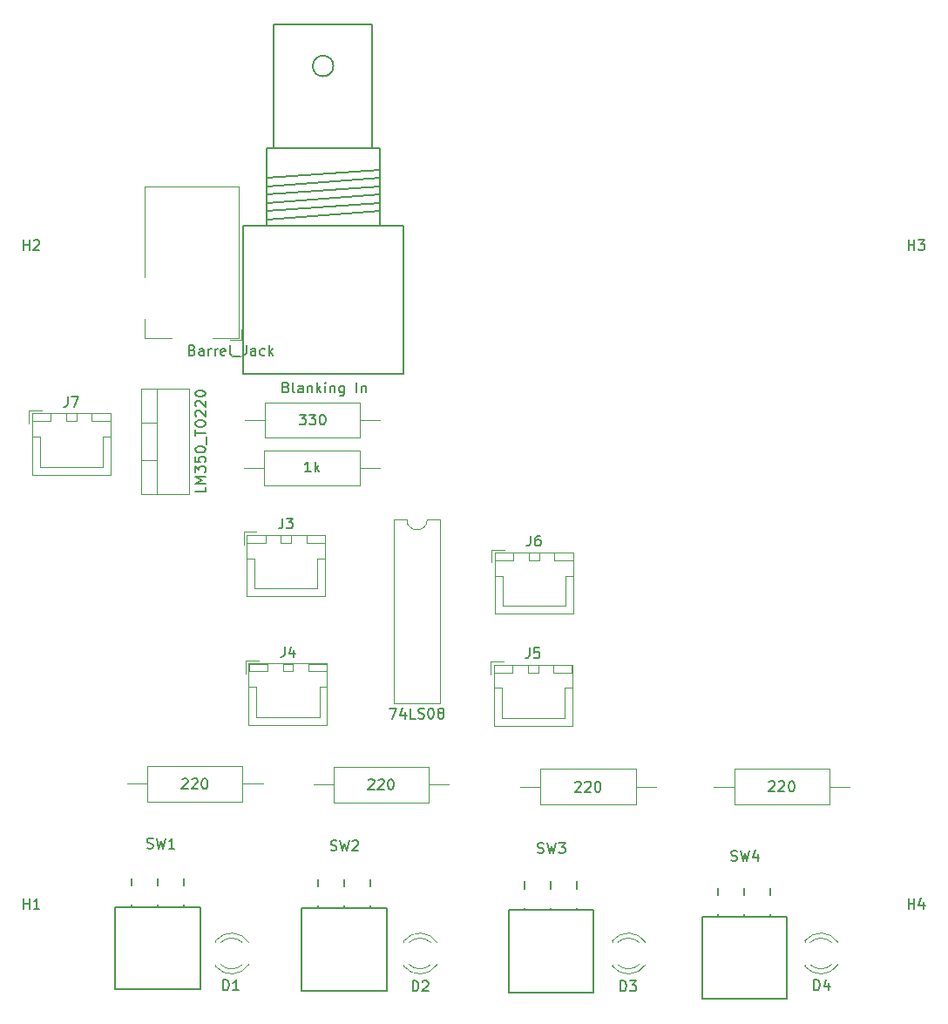
<source format=gbr>
%TF.GenerationSoftware,KiCad,Pcbnew,7.0.6*%
%TF.CreationDate,2023-12-12T17:12:19+00:00*%
%TF.ProjectId,BlankingRelay_Base,426c616e-6b69-46e6-9752-656c61795f42,rev?*%
%TF.SameCoordinates,Original*%
%TF.FileFunction,Legend,Top*%
%TF.FilePolarity,Positive*%
%FSLAX46Y46*%
G04 Gerber Fmt 4.6, Leading zero omitted, Abs format (unit mm)*
G04 Created by KiCad (PCBNEW 7.0.6) date 2023-12-12 17:12:19*
%MOMM*%
%LPD*%
G01*
G04 APERTURE LIST*
%ADD10C,0.150000*%
%ADD11C,0.120000*%
G04 APERTURE END LIST*
D10*
X67761905Y-128750057D02*
X67809524Y-128702438D01*
X67809524Y-128702438D02*
X67904762Y-128654819D01*
X67904762Y-128654819D02*
X68142857Y-128654819D01*
X68142857Y-128654819D02*
X68238095Y-128702438D01*
X68238095Y-128702438D02*
X68285714Y-128750057D01*
X68285714Y-128750057D02*
X68333333Y-128845295D01*
X68333333Y-128845295D02*
X68333333Y-128940533D01*
X68333333Y-128940533D02*
X68285714Y-129083390D01*
X68285714Y-129083390D02*
X67714286Y-129654819D01*
X67714286Y-129654819D02*
X68333333Y-129654819D01*
X68714286Y-128750057D02*
X68761905Y-128702438D01*
X68761905Y-128702438D02*
X68857143Y-128654819D01*
X68857143Y-128654819D02*
X69095238Y-128654819D01*
X69095238Y-128654819D02*
X69190476Y-128702438D01*
X69190476Y-128702438D02*
X69238095Y-128750057D01*
X69238095Y-128750057D02*
X69285714Y-128845295D01*
X69285714Y-128845295D02*
X69285714Y-128940533D01*
X69285714Y-128940533D02*
X69238095Y-129083390D01*
X69238095Y-129083390D02*
X68666667Y-129654819D01*
X68666667Y-129654819D02*
X69285714Y-129654819D01*
X69904762Y-128654819D02*
X70000000Y-128654819D01*
X70000000Y-128654819D02*
X70095238Y-128702438D01*
X70095238Y-128702438D02*
X70142857Y-128750057D01*
X70142857Y-128750057D02*
X70190476Y-128845295D01*
X70190476Y-128845295D02*
X70238095Y-129035771D01*
X70238095Y-129035771D02*
X70238095Y-129273866D01*
X70238095Y-129273866D02*
X70190476Y-129464342D01*
X70190476Y-129464342D02*
X70142857Y-129559580D01*
X70142857Y-129559580D02*
X70095238Y-129607200D01*
X70095238Y-129607200D02*
X70000000Y-129654819D01*
X70000000Y-129654819D02*
X69904762Y-129654819D01*
X69904762Y-129654819D02*
X69809524Y-129607200D01*
X69809524Y-129607200D02*
X69761905Y-129559580D01*
X69761905Y-129559580D02*
X69714286Y-129464342D01*
X69714286Y-129464342D02*
X69666667Y-129273866D01*
X69666667Y-129273866D02*
X69666667Y-129035771D01*
X69666667Y-129035771D02*
X69714286Y-128845295D01*
X69714286Y-128845295D02*
X69761905Y-128750057D01*
X69761905Y-128750057D02*
X69809524Y-128702438D01*
X69809524Y-128702438D02*
X69904762Y-128654819D01*
X72061905Y-149254819D02*
X72061905Y-148254819D01*
X72061905Y-148254819D02*
X72300000Y-148254819D01*
X72300000Y-148254819D02*
X72442857Y-148302438D01*
X72442857Y-148302438D02*
X72538095Y-148397676D01*
X72538095Y-148397676D02*
X72585714Y-148492914D01*
X72585714Y-148492914D02*
X72633333Y-148683390D01*
X72633333Y-148683390D02*
X72633333Y-148826247D01*
X72633333Y-148826247D02*
X72585714Y-149016723D01*
X72585714Y-149016723D02*
X72538095Y-149111961D01*
X72538095Y-149111961D02*
X72442857Y-149207200D01*
X72442857Y-149207200D02*
X72300000Y-149254819D01*
X72300000Y-149254819D02*
X72061905Y-149254819D01*
X73014286Y-148350057D02*
X73061905Y-148302438D01*
X73061905Y-148302438D02*
X73157143Y-148254819D01*
X73157143Y-148254819D02*
X73395238Y-148254819D01*
X73395238Y-148254819D02*
X73490476Y-148302438D01*
X73490476Y-148302438D02*
X73538095Y-148350057D01*
X73538095Y-148350057D02*
X73585714Y-148445295D01*
X73585714Y-148445295D02*
X73585714Y-148540533D01*
X73585714Y-148540533D02*
X73538095Y-148683390D01*
X73538095Y-148683390D02*
X72966667Y-149254819D01*
X72966667Y-149254819D02*
X73585714Y-149254819D01*
X61070286Y-93234819D02*
X61689333Y-93234819D01*
X61689333Y-93234819D02*
X61356000Y-93615771D01*
X61356000Y-93615771D02*
X61498857Y-93615771D01*
X61498857Y-93615771D02*
X61594095Y-93663390D01*
X61594095Y-93663390D02*
X61641714Y-93711009D01*
X61641714Y-93711009D02*
X61689333Y-93806247D01*
X61689333Y-93806247D02*
X61689333Y-94044342D01*
X61689333Y-94044342D02*
X61641714Y-94139580D01*
X61641714Y-94139580D02*
X61594095Y-94187200D01*
X61594095Y-94187200D02*
X61498857Y-94234819D01*
X61498857Y-94234819D02*
X61213143Y-94234819D01*
X61213143Y-94234819D02*
X61117905Y-94187200D01*
X61117905Y-94187200D02*
X61070286Y-94139580D01*
X62022667Y-93234819D02*
X62641714Y-93234819D01*
X62641714Y-93234819D02*
X62308381Y-93615771D01*
X62308381Y-93615771D02*
X62451238Y-93615771D01*
X62451238Y-93615771D02*
X62546476Y-93663390D01*
X62546476Y-93663390D02*
X62594095Y-93711009D01*
X62594095Y-93711009D02*
X62641714Y-93806247D01*
X62641714Y-93806247D02*
X62641714Y-94044342D01*
X62641714Y-94044342D02*
X62594095Y-94139580D01*
X62594095Y-94139580D02*
X62546476Y-94187200D01*
X62546476Y-94187200D02*
X62451238Y-94234819D01*
X62451238Y-94234819D02*
X62165524Y-94234819D01*
X62165524Y-94234819D02*
X62070286Y-94187200D01*
X62070286Y-94187200D02*
X62022667Y-94139580D01*
X63260762Y-93234819D02*
X63356000Y-93234819D01*
X63356000Y-93234819D02*
X63451238Y-93282438D01*
X63451238Y-93282438D02*
X63498857Y-93330057D01*
X63498857Y-93330057D02*
X63546476Y-93425295D01*
X63546476Y-93425295D02*
X63594095Y-93615771D01*
X63594095Y-93615771D02*
X63594095Y-93853866D01*
X63594095Y-93853866D02*
X63546476Y-94044342D01*
X63546476Y-94044342D02*
X63498857Y-94139580D01*
X63498857Y-94139580D02*
X63451238Y-94187200D01*
X63451238Y-94187200D02*
X63356000Y-94234819D01*
X63356000Y-94234819D02*
X63260762Y-94234819D01*
X63260762Y-94234819D02*
X63165524Y-94187200D01*
X63165524Y-94187200D02*
X63117905Y-94139580D01*
X63117905Y-94139580D02*
X63070286Y-94044342D01*
X63070286Y-94044342D02*
X63022667Y-93853866D01*
X63022667Y-93853866D02*
X63022667Y-93615771D01*
X63022667Y-93615771D02*
X63070286Y-93425295D01*
X63070286Y-93425295D02*
X63117905Y-93330057D01*
X63117905Y-93330057D02*
X63165524Y-93282438D01*
X63165524Y-93282438D02*
X63260762Y-93234819D01*
X120238095Y-141254819D02*
X120238095Y-140254819D01*
X120238095Y-140731009D02*
X120809523Y-140731009D01*
X120809523Y-141254819D02*
X120809523Y-140254819D01*
X121714285Y-140588152D02*
X121714285Y-141254819D01*
X121476190Y-140207200D02*
X121238095Y-140921485D01*
X121238095Y-140921485D02*
X121857142Y-140921485D01*
X59775714Y-90580799D02*
X59918571Y-90628418D01*
X59918571Y-90628418D02*
X59966190Y-90676037D01*
X59966190Y-90676037D02*
X60013809Y-90771275D01*
X60013809Y-90771275D02*
X60013809Y-90914132D01*
X60013809Y-90914132D02*
X59966190Y-91009370D01*
X59966190Y-91009370D02*
X59918571Y-91056990D01*
X59918571Y-91056990D02*
X59823333Y-91104609D01*
X59823333Y-91104609D02*
X59442381Y-91104609D01*
X59442381Y-91104609D02*
X59442381Y-90104609D01*
X59442381Y-90104609D02*
X59775714Y-90104609D01*
X59775714Y-90104609D02*
X59870952Y-90152228D01*
X59870952Y-90152228D02*
X59918571Y-90199847D01*
X59918571Y-90199847D02*
X59966190Y-90295085D01*
X59966190Y-90295085D02*
X59966190Y-90390323D01*
X59966190Y-90390323D02*
X59918571Y-90485561D01*
X59918571Y-90485561D02*
X59870952Y-90533180D01*
X59870952Y-90533180D02*
X59775714Y-90580799D01*
X59775714Y-90580799D02*
X59442381Y-90580799D01*
X60585238Y-91104609D02*
X60490000Y-91056990D01*
X60490000Y-91056990D02*
X60442381Y-90961751D01*
X60442381Y-90961751D02*
X60442381Y-90104609D01*
X61394762Y-91104609D02*
X61394762Y-90580799D01*
X61394762Y-90580799D02*
X61347143Y-90485561D01*
X61347143Y-90485561D02*
X61251905Y-90437942D01*
X61251905Y-90437942D02*
X61061429Y-90437942D01*
X61061429Y-90437942D02*
X60966191Y-90485561D01*
X61394762Y-91056990D02*
X61299524Y-91104609D01*
X61299524Y-91104609D02*
X61061429Y-91104609D01*
X61061429Y-91104609D02*
X60966191Y-91056990D01*
X60966191Y-91056990D02*
X60918572Y-90961751D01*
X60918572Y-90961751D02*
X60918572Y-90866513D01*
X60918572Y-90866513D02*
X60966191Y-90771275D01*
X60966191Y-90771275D02*
X61061429Y-90723656D01*
X61061429Y-90723656D02*
X61299524Y-90723656D01*
X61299524Y-90723656D02*
X61394762Y-90676037D01*
X61870953Y-90437942D02*
X61870953Y-91104609D01*
X61870953Y-90533180D02*
X61918572Y-90485561D01*
X61918572Y-90485561D02*
X62013810Y-90437942D01*
X62013810Y-90437942D02*
X62156667Y-90437942D01*
X62156667Y-90437942D02*
X62251905Y-90485561D01*
X62251905Y-90485561D02*
X62299524Y-90580799D01*
X62299524Y-90580799D02*
X62299524Y-91104609D01*
X62775715Y-91104609D02*
X62775715Y-90104609D01*
X62870953Y-90723656D02*
X63156667Y-91104609D01*
X63156667Y-90437942D02*
X62775715Y-90818894D01*
X63585239Y-91104609D02*
X63585239Y-90437942D01*
X63585239Y-90104609D02*
X63537620Y-90152228D01*
X63537620Y-90152228D02*
X63585239Y-90199847D01*
X63585239Y-90199847D02*
X63632858Y-90152228D01*
X63632858Y-90152228D02*
X63585239Y-90104609D01*
X63585239Y-90104609D02*
X63585239Y-90199847D01*
X64061429Y-90437942D02*
X64061429Y-91104609D01*
X64061429Y-90533180D02*
X64109048Y-90485561D01*
X64109048Y-90485561D02*
X64204286Y-90437942D01*
X64204286Y-90437942D02*
X64347143Y-90437942D01*
X64347143Y-90437942D02*
X64442381Y-90485561D01*
X64442381Y-90485561D02*
X64490000Y-90580799D01*
X64490000Y-90580799D02*
X64490000Y-91104609D01*
X65394762Y-90437942D02*
X65394762Y-91247466D01*
X65394762Y-91247466D02*
X65347143Y-91342704D01*
X65347143Y-91342704D02*
X65299524Y-91390323D01*
X65299524Y-91390323D02*
X65204286Y-91437942D01*
X65204286Y-91437942D02*
X65061429Y-91437942D01*
X65061429Y-91437942D02*
X64966191Y-91390323D01*
X65394762Y-91056990D02*
X65299524Y-91104609D01*
X65299524Y-91104609D02*
X65109048Y-91104609D01*
X65109048Y-91104609D02*
X65013810Y-91056990D01*
X65013810Y-91056990D02*
X64966191Y-91009370D01*
X64966191Y-91009370D02*
X64918572Y-90914132D01*
X64918572Y-90914132D02*
X64918572Y-90628418D01*
X64918572Y-90628418D02*
X64966191Y-90533180D01*
X64966191Y-90533180D02*
X65013810Y-90485561D01*
X65013810Y-90485561D02*
X65109048Y-90437942D01*
X65109048Y-90437942D02*
X65299524Y-90437942D01*
X65299524Y-90437942D02*
X65394762Y-90485561D01*
X66632858Y-91104609D02*
X66632858Y-90104609D01*
X67109048Y-90437942D02*
X67109048Y-91104609D01*
X67109048Y-90533180D02*
X67156667Y-90485561D01*
X67156667Y-90485561D02*
X67251905Y-90437942D01*
X67251905Y-90437942D02*
X67394762Y-90437942D01*
X67394762Y-90437942D02*
X67490000Y-90485561D01*
X67490000Y-90485561D02*
X67537619Y-90580799D01*
X67537619Y-90580799D02*
X67537619Y-91104609D01*
X120238095Y-77254819D02*
X120238095Y-76254819D01*
X120238095Y-76731009D02*
X120809523Y-76731009D01*
X120809523Y-77254819D02*
X120809523Y-76254819D01*
X121190476Y-76254819D02*
X121809523Y-76254819D01*
X121809523Y-76254819D02*
X121476190Y-76635771D01*
X121476190Y-76635771D02*
X121619047Y-76635771D01*
X121619047Y-76635771D02*
X121714285Y-76683390D01*
X121714285Y-76683390D02*
X121761904Y-76731009D01*
X121761904Y-76731009D02*
X121809523Y-76826247D01*
X121809523Y-76826247D02*
X121809523Y-77064342D01*
X121809523Y-77064342D02*
X121761904Y-77159580D01*
X121761904Y-77159580D02*
X121714285Y-77207200D01*
X121714285Y-77207200D02*
X121619047Y-77254819D01*
X121619047Y-77254819D02*
X121333333Y-77254819D01*
X121333333Y-77254819D02*
X121238095Y-77207200D01*
X121238095Y-77207200D02*
X121190476Y-77159580D01*
X34238095Y-141254819D02*
X34238095Y-140254819D01*
X34238095Y-140731009D02*
X34809523Y-140731009D01*
X34809523Y-141254819D02*
X34809523Y-140254819D01*
X35809523Y-141254819D02*
X35238095Y-141254819D01*
X35523809Y-141254819D02*
X35523809Y-140254819D01*
X35523809Y-140254819D02*
X35428571Y-140397676D01*
X35428571Y-140397676D02*
X35333333Y-140492914D01*
X35333333Y-140492914D02*
X35238095Y-140540533D01*
X64116667Y-135557200D02*
X64259524Y-135604819D01*
X64259524Y-135604819D02*
X64497619Y-135604819D01*
X64497619Y-135604819D02*
X64592857Y-135557200D01*
X64592857Y-135557200D02*
X64640476Y-135509580D01*
X64640476Y-135509580D02*
X64688095Y-135414342D01*
X64688095Y-135414342D02*
X64688095Y-135319104D01*
X64688095Y-135319104D02*
X64640476Y-135223866D01*
X64640476Y-135223866D02*
X64592857Y-135176247D01*
X64592857Y-135176247D02*
X64497619Y-135128628D01*
X64497619Y-135128628D02*
X64307143Y-135081009D01*
X64307143Y-135081009D02*
X64211905Y-135033390D01*
X64211905Y-135033390D02*
X64164286Y-134985771D01*
X64164286Y-134985771D02*
X64116667Y-134890533D01*
X64116667Y-134890533D02*
X64116667Y-134795295D01*
X64116667Y-134795295D02*
X64164286Y-134700057D01*
X64164286Y-134700057D02*
X64211905Y-134652438D01*
X64211905Y-134652438D02*
X64307143Y-134604819D01*
X64307143Y-134604819D02*
X64545238Y-134604819D01*
X64545238Y-134604819D02*
X64688095Y-134652438D01*
X65021429Y-134604819D02*
X65259524Y-135604819D01*
X65259524Y-135604819D02*
X65450000Y-134890533D01*
X65450000Y-134890533D02*
X65640476Y-135604819D01*
X65640476Y-135604819D02*
X65878572Y-134604819D01*
X66211905Y-134700057D02*
X66259524Y-134652438D01*
X66259524Y-134652438D02*
X66354762Y-134604819D01*
X66354762Y-134604819D02*
X66592857Y-134604819D01*
X66592857Y-134604819D02*
X66688095Y-134652438D01*
X66688095Y-134652438D02*
X66735714Y-134700057D01*
X66735714Y-134700057D02*
X66783333Y-134795295D01*
X66783333Y-134795295D02*
X66783333Y-134890533D01*
X66783333Y-134890533D02*
X66735714Y-135033390D01*
X66735714Y-135033390D02*
X66164286Y-135604819D01*
X66164286Y-135604819D02*
X66783333Y-135604819D01*
X103016667Y-136557200D02*
X103159524Y-136604819D01*
X103159524Y-136604819D02*
X103397619Y-136604819D01*
X103397619Y-136604819D02*
X103492857Y-136557200D01*
X103492857Y-136557200D02*
X103540476Y-136509580D01*
X103540476Y-136509580D02*
X103588095Y-136414342D01*
X103588095Y-136414342D02*
X103588095Y-136319104D01*
X103588095Y-136319104D02*
X103540476Y-136223866D01*
X103540476Y-136223866D02*
X103492857Y-136176247D01*
X103492857Y-136176247D02*
X103397619Y-136128628D01*
X103397619Y-136128628D02*
X103207143Y-136081009D01*
X103207143Y-136081009D02*
X103111905Y-136033390D01*
X103111905Y-136033390D02*
X103064286Y-135985771D01*
X103064286Y-135985771D02*
X103016667Y-135890533D01*
X103016667Y-135890533D02*
X103016667Y-135795295D01*
X103016667Y-135795295D02*
X103064286Y-135700057D01*
X103064286Y-135700057D02*
X103111905Y-135652438D01*
X103111905Y-135652438D02*
X103207143Y-135604819D01*
X103207143Y-135604819D02*
X103445238Y-135604819D01*
X103445238Y-135604819D02*
X103588095Y-135652438D01*
X103921429Y-135604819D02*
X104159524Y-136604819D01*
X104159524Y-136604819D02*
X104350000Y-135890533D01*
X104350000Y-135890533D02*
X104540476Y-136604819D01*
X104540476Y-136604819D02*
X104778572Y-135604819D01*
X105588095Y-135938152D02*
X105588095Y-136604819D01*
X105350000Y-135557200D02*
X105111905Y-136271485D01*
X105111905Y-136271485D02*
X105730952Y-136271485D01*
X62180952Y-98804819D02*
X61609524Y-98804819D01*
X61895238Y-98804819D02*
X61895238Y-97804819D01*
X61895238Y-97804819D02*
X61800000Y-97947676D01*
X61800000Y-97947676D02*
X61704762Y-98042914D01*
X61704762Y-98042914D02*
X61609524Y-98090533D01*
X62609524Y-98804819D02*
X62609524Y-97804819D01*
X62704762Y-98423866D02*
X62990476Y-98804819D01*
X62990476Y-98138152D02*
X62609524Y-98519104D01*
X84216667Y-135807200D02*
X84359524Y-135854819D01*
X84359524Y-135854819D02*
X84597619Y-135854819D01*
X84597619Y-135854819D02*
X84692857Y-135807200D01*
X84692857Y-135807200D02*
X84740476Y-135759580D01*
X84740476Y-135759580D02*
X84788095Y-135664342D01*
X84788095Y-135664342D02*
X84788095Y-135569104D01*
X84788095Y-135569104D02*
X84740476Y-135473866D01*
X84740476Y-135473866D02*
X84692857Y-135426247D01*
X84692857Y-135426247D02*
X84597619Y-135378628D01*
X84597619Y-135378628D02*
X84407143Y-135331009D01*
X84407143Y-135331009D02*
X84311905Y-135283390D01*
X84311905Y-135283390D02*
X84264286Y-135235771D01*
X84264286Y-135235771D02*
X84216667Y-135140533D01*
X84216667Y-135140533D02*
X84216667Y-135045295D01*
X84216667Y-135045295D02*
X84264286Y-134950057D01*
X84264286Y-134950057D02*
X84311905Y-134902438D01*
X84311905Y-134902438D02*
X84407143Y-134854819D01*
X84407143Y-134854819D02*
X84645238Y-134854819D01*
X84645238Y-134854819D02*
X84788095Y-134902438D01*
X85121429Y-134854819D02*
X85359524Y-135854819D01*
X85359524Y-135854819D02*
X85550000Y-135140533D01*
X85550000Y-135140533D02*
X85740476Y-135854819D01*
X85740476Y-135854819D02*
X85978572Y-134854819D01*
X86264286Y-134854819D02*
X86883333Y-134854819D01*
X86883333Y-134854819D02*
X86550000Y-135235771D01*
X86550000Y-135235771D02*
X86692857Y-135235771D01*
X86692857Y-135235771D02*
X86788095Y-135283390D01*
X86788095Y-135283390D02*
X86835714Y-135331009D01*
X86835714Y-135331009D02*
X86883333Y-135426247D01*
X86883333Y-135426247D02*
X86883333Y-135664342D01*
X86883333Y-135664342D02*
X86835714Y-135759580D01*
X86835714Y-135759580D02*
X86788095Y-135807200D01*
X86788095Y-135807200D02*
X86692857Y-135854819D01*
X86692857Y-135854819D02*
X86407143Y-135854819D01*
X86407143Y-135854819D02*
X86311905Y-135807200D01*
X86311905Y-135807200D02*
X86264286Y-135759580D01*
X83516666Y-105004819D02*
X83516666Y-105719104D01*
X83516666Y-105719104D02*
X83469047Y-105861961D01*
X83469047Y-105861961D02*
X83373809Y-105957200D01*
X83373809Y-105957200D02*
X83230952Y-106004819D01*
X83230952Y-106004819D02*
X83135714Y-106004819D01*
X84421428Y-105004819D02*
X84230952Y-105004819D01*
X84230952Y-105004819D02*
X84135714Y-105052438D01*
X84135714Y-105052438D02*
X84088095Y-105100057D01*
X84088095Y-105100057D02*
X83992857Y-105242914D01*
X83992857Y-105242914D02*
X83945238Y-105433390D01*
X83945238Y-105433390D02*
X83945238Y-105814342D01*
X83945238Y-105814342D02*
X83992857Y-105909580D01*
X83992857Y-105909580D02*
X84040476Y-105957200D01*
X84040476Y-105957200D02*
X84135714Y-106004819D01*
X84135714Y-106004819D02*
X84326190Y-106004819D01*
X84326190Y-106004819D02*
X84421428Y-105957200D01*
X84421428Y-105957200D02*
X84469047Y-105909580D01*
X84469047Y-105909580D02*
X84516666Y-105814342D01*
X84516666Y-105814342D02*
X84516666Y-105576247D01*
X84516666Y-105576247D02*
X84469047Y-105481009D01*
X84469047Y-105481009D02*
X84421428Y-105433390D01*
X84421428Y-105433390D02*
X84326190Y-105385771D01*
X84326190Y-105385771D02*
X84135714Y-105385771D01*
X84135714Y-105385771D02*
X84040476Y-105433390D01*
X84040476Y-105433390D02*
X83992857Y-105481009D01*
X83992857Y-105481009D02*
X83945238Y-105576247D01*
X106681905Y-128950057D02*
X106729524Y-128902438D01*
X106729524Y-128902438D02*
X106824762Y-128854819D01*
X106824762Y-128854819D02*
X107062857Y-128854819D01*
X107062857Y-128854819D02*
X107158095Y-128902438D01*
X107158095Y-128902438D02*
X107205714Y-128950057D01*
X107205714Y-128950057D02*
X107253333Y-129045295D01*
X107253333Y-129045295D02*
X107253333Y-129140533D01*
X107253333Y-129140533D02*
X107205714Y-129283390D01*
X107205714Y-129283390D02*
X106634286Y-129854819D01*
X106634286Y-129854819D02*
X107253333Y-129854819D01*
X107634286Y-128950057D02*
X107681905Y-128902438D01*
X107681905Y-128902438D02*
X107777143Y-128854819D01*
X107777143Y-128854819D02*
X108015238Y-128854819D01*
X108015238Y-128854819D02*
X108110476Y-128902438D01*
X108110476Y-128902438D02*
X108158095Y-128950057D01*
X108158095Y-128950057D02*
X108205714Y-129045295D01*
X108205714Y-129045295D02*
X108205714Y-129140533D01*
X108205714Y-129140533D02*
X108158095Y-129283390D01*
X108158095Y-129283390D02*
X107586667Y-129854819D01*
X107586667Y-129854819D02*
X108205714Y-129854819D01*
X108824762Y-128854819D02*
X108920000Y-128854819D01*
X108920000Y-128854819D02*
X109015238Y-128902438D01*
X109015238Y-128902438D02*
X109062857Y-128950057D01*
X109062857Y-128950057D02*
X109110476Y-129045295D01*
X109110476Y-129045295D02*
X109158095Y-129235771D01*
X109158095Y-129235771D02*
X109158095Y-129473866D01*
X109158095Y-129473866D02*
X109110476Y-129664342D01*
X109110476Y-129664342D02*
X109062857Y-129759580D01*
X109062857Y-129759580D02*
X109015238Y-129807200D01*
X109015238Y-129807200D02*
X108920000Y-129854819D01*
X108920000Y-129854819D02*
X108824762Y-129854819D01*
X108824762Y-129854819D02*
X108729524Y-129807200D01*
X108729524Y-129807200D02*
X108681905Y-129759580D01*
X108681905Y-129759580D02*
X108634286Y-129664342D01*
X108634286Y-129664342D02*
X108586667Y-129473866D01*
X108586667Y-129473866D02*
X108586667Y-129235771D01*
X108586667Y-129235771D02*
X108634286Y-129045295D01*
X108634286Y-129045295D02*
X108681905Y-128950057D01*
X108681905Y-128950057D02*
X108729524Y-128902438D01*
X108729524Y-128902438D02*
X108824762Y-128854819D01*
X69847143Y-121784819D02*
X70513809Y-121784819D01*
X70513809Y-121784819D02*
X70085238Y-122784819D01*
X71323333Y-122118152D02*
X71323333Y-122784819D01*
X71085238Y-121737200D02*
X70847143Y-122451485D01*
X70847143Y-122451485D02*
X71466190Y-122451485D01*
X72323333Y-122784819D02*
X71847143Y-122784819D01*
X71847143Y-122784819D02*
X71847143Y-121784819D01*
X72609048Y-122737200D02*
X72751905Y-122784819D01*
X72751905Y-122784819D02*
X72990000Y-122784819D01*
X72990000Y-122784819D02*
X73085238Y-122737200D01*
X73085238Y-122737200D02*
X73132857Y-122689580D01*
X73132857Y-122689580D02*
X73180476Y-122594342D01*
X73180476Y-122594342D02*
X73180476Y-122499104D01*
X73180476Y-122499104D02*
X73132857Y-122403866D01*
X73132857Y-122403866D02*
X73085238Y-122356247D01*
X73085238Y-122356247D02*
X72990000Y-122308628D01*
X72990000Y-122308628D02*
X72799524Y-122261009D01*
X72799524Y-122261009D02*
X72704286Y-122213390D01*
X72704286Y-122213390D02*
X72656667Y-122165771D01*
X72656667Y-122165771D02*
X72609048Y-122070533D01*
X72609048Y-122070533D02*
X72609048Y-121975295D01*
X72609048Y-121975295D02*
X72656667Y-121880057D01*
X72656667Y-121880057D02*
X72704286Y-121832438D01*
X72704286Y-121832438D02*
X72799524Y-121784819D01*
X72799524Y-121784819D02*
X73037619Y-121784819D01*
X73037619Y-121784819D02*
X73180476Y-121832438D01*
X73799524Y-121784819D02*
X73894762Y-121784819D01*
X73894762Y-121784819D02*
X73990000Y-121832438D01*
X73990000Y-121832438D02*
X74037619Y-121880057D01*
X74037619Y-121880057D02*
X74085238Y-121975295D01*
X74085238Y-121975295D02*
X74132857Y-122165771D01*
X74132857Y-122165771D02*
X74132857Y-122403866D01*
X74132857Y-122403866D02*
X74085238Y-122594342D01*
X74085238Y-122594342D02*
X74037619Y-122689580D01*
X74037619Y-122689580D02*
X73990000Y-122737200D01*
X73990000Y-122737200D02*
X73894762Y-122784819D01*
X73894762Y-122784819D02*
X73799524Y-122784819D01*
X73799524Y-122784819D02*
X73704286Y-122737200D01*
X73704286Y-122737200D02*
X73656667Y-122689580D01*
X73656667Y-122689580D02*
X73609048Y-122594342D01*
X73609048Y-122594342D02*
X73561429Y-122403866D01*
X73561429Y-122403866D02*
X73561429Y-122165771D01*
X73561429Y-122165771D02*
X73609048Y-121975295D01*
X73609048Y-121975295D02*
X73656667Y-121880057D01*
X73656667Y-121880057D02*
X73704286Y-121832438D01*
X73704286Y-121832438D02*
X73799524Y-121784819D01*
X74704286Y-122213390D02*
X74609048Y-122165771D01*
X74609048Y-122165771D02*
X74561429Y-122118152D01*
X74561429Y-122118152D02*
X74513810Y-122022914D01*
X74513810Y-122022914D02*
X74513810Y-121975295D01*
X74513810Y-121975295D02*
X74561429Y-121880057D01*
X74561429Y-121880057D02*
X74609048Y-121832438D01*
X74609048Y-121832438D02*
X74704286Y-121784819D01*
X74704286Y-121784819D02*
X74894762Y-121784819D01*
X74894762Y-121784819D02*
X74990000Y-121832438D01*
X74990000Y-121832438D02*
X75037619Y-121880057D01*
X75037619Y-121880057D02*
X75085238Y-121975295D01*
X75085238Y-121975295D02*
X75085238Y-122022914D01*
X75085238Y-122022914D02*
X75037619Y-122118152D01*
X75037619Y-122118152D02*
X74990000Y-122165771D01*
X74990000Y-122165771D02*
X74894762Y-122213390D01*
X74894762Y-122213390D02*
X74704286Y-122213390D01*
X74704286Y-122213390D02*
X74609048Y-122261009D01*
X74609048Y-122261009D02*
X74561429Y-122308628D01*
X74561429Y-122308628D02*
X74513810Y-122403866D01*
X74513810Y-122403866D02*
X74513810Y-122594342D01*
X74513810Y-122594342D02*
X74561429Y-122689580D01*
X74561429Y-122689580D02*
X74609048Y-122737200D01*
X74609048Y-122737200D02*
X74704286Y-122784819D01*
X74704286Y-122784819D02*
X74894762Y-122784819D01*
X74894762Y-122784819D02*
X74990000Y-122737200D01*
X74990000Y-122737200D02*
X75037619Y-122689580D01*
X75037619Y-122689580D02*
X75085238Y-122594342D01*
X75085238Y-122594342D02*
X75085238Y-122403866D01*
X75085238Y-122403866D02*
X75037619Y-122308628D01*
X75037619Y-122308628D02*
X74990000Y-122261009D01*
X74990000Y-122261009D02*
X74894762Y-122213390D01*
X87861905Y-129000057D02*
X87909524Y-128952438D01*
X87909524Y-128952438D02*
X88004762Y-128904819D01*
X88004762Y-128904819D02*
X88242857Y-128904819D01*
X88242857Y-128904819D02*
X88338095Y-128952438D01*
X88338095Y-128952438D02*
X88385714Y-129000057D01*
X88385714Y-129000057D02*
X88433333Y-129095295D01*
X88433333Y-129095295D02*
X88433333Y-129190533D01*
X88433333Y-129190533D02*
X88385714Y-129333390D01*
X88385714Y-129333390D02*
X87814286Y-129904819D01*
X87814286Y-129904819D02*
X88433333Y-129904819D01*
X88814286Y-129000057D02*
X88861905Y-128952438D01*
X88861905Y-128952438D02*
X88957143Y-128904819D01*
X88957143Y-128904819D02*
X89195238Y-128904819D01*
X89195238Y-128904819D02*
X89290476Y-128952438D01*
X89290476Y-128952438D02*
X89338095Y-129000057D01*
X89338095Y-129000057D02*
X89385714Y-129095295D01*
X89385714Y-129095295D02*
X89385714Y-129190533D01*
X89385714Y-129190533D02*
X89338095Y-129333390D01*
X89338095Y-129333390D02*
X88766667Y-129904819D01*
X88766667Y-129904819D02*
X89385714Y-129904819D01*
X90004762Y-128904819D02*
X90100000Y-128904819D01*
X90100000Y-128904819D02*
X90195238Y-128952438D01*
X90195238Y-128952438D02*
X90242857Y-129000057D01*
X90242857Y-129000057D02*
X90290476Y-129095295D01*
X90290476Y-129095295D02*
X90338095Y-129285771D01*
X90338095Y-129285771D02*
X90338095Y-129523866D01*
X90338095Y-129523866D02*
X90290476Y-129714342D01*
X90290476Y-129714342D02*
X90242857Y-129809580D01*
X90242857Y-129809580D02*
X90195238Y-129857200D01*
X90195238Y-129857200D02*
X90100000Y-129904819D01*
X90100000Y-129904819D02*
X90004762Y-129904819D01*
X90004762Y-129904819D02*
X89909524Y-129857200D01*
X89909524Y-129857200D02*
X89861905Y-129809580D01*
X89861905Y-129809580D02*
X89814286Y-129714342D01*
X89814286Y-129714342D02*
X89766667Y-129523866D01*
X89766667Y-129523866D02*
X89766667Y-129285771D01*
X89766667Y-129285771D02*
X89814286Y-129095295D01*
X89814286Y-129095295D02*
X89861905Y-129000057D01*
X89861905Y-129000057D02*
X89909524Y-128952438D01*
X89909524Y-128952438D02*
X90004762Y-128904819D01*
X53661905Y-149154819D02*
X53661905Y-148154819D01*
X53661905Y-148154819D02*
X53900000Y-148154819D01*
X53900000Y-148154819D02*
X54042857Y-148202438D01*
X54042857Y-148202438D02*
X54138095Y-148297676D01*
X54138095Y-148297676D02*
X54185714Y-148392914D01*
X54185714Y-148392914D02*
X54233333Y-148583390D01*
X54233333Y-148583390D02*
X54233333Y-148726247D01*
X54233333Y-148726247D02*
X54185714Y-148916723D01*
X54185714Y-148916723D02*
X54138095Y-149011961D01*
X54138095Y-149011961D02*
X54042857Y-149107200D01*
X54042857Y-149107200D02*
X53900000Y-149154819D01*
X53900000Y-149154819D02*
X53661905Y-149154819D01*
X55185714Y-149154819D02*
X54614286Y-149154819D01*
X54900000Y-149154819D02*
X54900000Y-148154819D01*
X54900000Y-148154819D02*
X54804762Y-148297676D01*
X54804762Y-148297676D02*
X54709524Y-148392914D01*
X54709524Y-148392914D02*
X54614286Y-148440533D01*
X46266667Y-135357200D02*
X46409524Y-135404819D01*
X46409524Y-135404819D02*
X46647619Y-135404819D01*
X46647619Y-135404819D02*
X46742857Y-135357200D01*
X46742857Y-135357200D02*
X46790476Y-135309580D01*
X46790476Y-135309580D02*
X46838095Y-135214342D01*
X46838095Y-135214342D02*
X46838095Y-135119104D01*
X46838095Y-135119104D02*
X46790476Y-135023866D01*
X46790476Y-135023866D02*
X46742857Y-134976247D01*
X46742857Y-134976247D02*
X46647619Y-134928628D01*
X46647619Y-134928628D02*
X46457143Y-134881009D01*
X46457143Y-134881009D02*
X46361905Y-134833390D01*
X46361905Y-134833390D02*
X46314286Y-134785771D01*
X46314286Y-134785771D02*
X46266667Y-134690533D01*
X46266667Y-134690533D02*
X46266667Y-134595295D01*
X46266667Y-134595295D02*
X46314286Y-134500057D01*
X46314286Y-134500057D02*
X46361905Y-134452438D01*
X46361905Y-134452438D02*
X46457143Y-134404819D01*
X46457143Y-134404819D02*
X46695238Y-134404819D01*
X46695238Y-134404819D02*
X46838095Y-134452438D01*
X47171429Y-134404819D02*
X47409524Y-135404819D01*
X47409524Y-135404819D02*
X47600000Y-134690533D01*
X47600000Y-134690533D02*
X47790476Y-135404819D01*
X47790476Y-135404819D02*
X48028572Y-134404819D01*
X48933333Y-135404819D02*
X48361905Y-135404819D01*
X48647619Y-135404819D02*
X48647619Y-134404819D01*
X48647619Y-134404819D02*
X48552381Y-134547676D01*
X48552381Y-134547676D02*
X48457143Y-134642914D01*
X48457143Y-134642914D02*
X48361905Y-134690533D01*
X38566666Y-91479819D02*
X38566666Y-92194104D01*
X38566666Y-92194104D02*
X38519047Y-92336961D01*
X38519047Y-92336961D02*
X38423809Y-92432200D01*
X38423809Y-92432200D02*
X38280952Y-92479819D01*
X38280952Y-92479819D02*
X38185714Y-92479819D01*
X38947619Y-91479819D02*
X39614285Y-91479819D01*
X39614285Y-91479819D02*
X39185714Y-92479819D01*
X50649403Y-86981009D02*
X50792260Y-87028628D01*
X50792260Y-87028628D02*
X50839879Y-87076247D01*
X50839879Y-87076247D02*
X50887498Y-87171485D01*
X50887498Y-87171485D02*
X50887498Y-87314342D01*
X50887498Y-87314342D02*
X50839879Y-87409580D01*
X50839879Y-87409580D02*
X50792260Y-87457200D01*
X50792260Y-87457200D02*
X50697022Y-87504819D01*
X50697022Y-87504819D02*
X50316070Y-87504819D01*
X50316070Y-87504819D02*
X50316070Y-86504819D01*
X50316070Y-86504819D02*
X50649403Y-86504819D01*
X50649403Y-86504819D02*
X50744641Y-86552438D01*
X50744641Y-86552438D02*
X50792260Y-86600057D01*
X50792260Y-86600057D02*
X50839879Y-86695295D01*
X50839879Y-86695295D02*
X50839879Y-86790533D01*
X50839879Y-86790533D02*
X50792260Y-86885771D01*
X50792260Y-86885771D02*
X50744641Y-86933390D01*
X50744641Y-86933390D02*
X50649403Y-86981009D01*
X50649403Y-86981009D02*
X50316070Y-86981009D01*
X51744641Y-87504819D02*
X51744641Y-86981009D01*
X51744641Y-86981009D02*
X51697022Y-86885771D01*
X51697022Y-86885771D02*
X51601784Y-86838152D01*
X51601784Y-86838152D02*
X51411308Y-86838152D01*
X51411308Y-86838152D02*
X51316070Y-86885771D01*
X51744641Y-87457200D02*
X51649403Y-87504819D01*
X51649403Y-87504819D02*
X51411308Y-87504819D01*
X51411308Y-87504819D02*
X51316070Y-87457200D01*
X51316070Y-87457200D02*
X51268451Y-87361961D01*
X51268451Y-87361961D02*
X51268451Y-87266723D01*
X51268451Y-87266723D02*
X51316070Y-87171485D01*
X51316070Y-87171485D02*
X51411308Y-87123866D01*
X51411308Y-87123866D02*
X51649403Y-87123866D01*
X51649403Y-87123866D02*
X51744641Y-87076247D01*
X52220832Y-87504819D02*
X52220832Y-86838152D01*
X52220832Y-87028628D02*
X52268451Y-86933390D01*
X52268451Y-86933390D02*
X52316070Y-86885771D01*
X52316070Y-86885771D02*
X52411308Y-86838152D01*
X52411308Y-86838152D02*
X52506546Y-86838152D01*
X52839880Y-87504819D02*
X52839880Y-86838152D01*
X52839880Y-87028628D02*
X52887499Y-86933390D01*
X52887499Y-86933390D02*
X52935118Y-86885771D01*
X52935118Y-86885771D02*
X53030356Y-86838152D01*
X53030356Y-86838152D02*
X53125594Y-86838152D01*
X53839880Y-87457200D02*
X53744642Y-87504819D01*
X53744642Y-87504819D02*
X53554166Y-87504819D01*
X53554166Y-87504819D02*
X53458928Y-87457200D01*
X53458928Y-87457200D02*
X53411309Y-87361961D01*
X53411309Y-87361961D02*
X53411309Y-86981009D01*
X53411309Y-86981009D02*
X53458928Y-86885771D01*
X53458928Y-86885771D02*
X53554166Y-86838152D01*
X53554166Y-86838152D02*
X53744642Y-86838152D01*
X53744642Y-86838152D02*
X53839880Y-86885771D01*
X53839880Y-86885771D02*
X53887499Y-86981009D01*
X53887499Y-86981009D02*
X53887499Y-87076247D01*
X53887499Y-87076247D02*
X53411309Y-87171485D01*
X54458928Y-87504819D02*
X54363690Y-87457200D01*
X54363690Y-87457200D02*
X54316071Y-87361961D01*
X54316071Y-87361961D02*
X54316071Y-86504819D01*
X54601786Y-87600057D02*
X55363690Y-87600057D01*
X55887500Y-86504819D02*
X55887500Y-87219104D01*
X55887500Y-87219104D02*
X55839881Y-87361961D01*
X55839881Y-87361961D02*
X55744643Y-87457200D01*
X55744643Y-87457200D02*
X55601786Y-87504819D01*
X55601786Y-87504819D02*
X55506548Y-87504819D01*
X56792262Y-87504819D02*
X56792262Y-86981009D01*
X56792262Y-86981009D02*
X56744643Y-86885771D01*
X56744643Y-86885771D02*
X56649405Y-86838152D01*
X56649405Y-86838152D02*
X56458929Y-86838152D01*
X56458929Y-86838152D02*
X56363691Y-86885771D01*
X56792262Y-87457200D02*
X56697024Y-87504819D01*
X56697024Y-87504819D02*
X56458929Y-87504819D01*
X56458929Y-87504819D02*
X56363691Y-87457200D01*
X56363691Y-87457200D02*
X56316072Y-87361961D01*
X56316072Y-87361961D02*
X56316072Y-87266723D01*
X56316072Y-87266723D02*
X56363691Y-87171485D01*
X56363691Y-87171485D02*
X56458929Y-87123866D01*
X56458929Y-87123866D02*
X56697024Y-87123866D01*
X56697024Y-87123866D02*
X56792262Y-87076247D01*
X57697024Y-87457200D02*
X57601786Y-87504819D01*
X57601786Y-87504819D02*
X57411310Y-87504819D01*
X57411310Y-87504819D02*
X57316072Y-87457200D01*
X57316072Y-87457200D02*
X57268453Y-87409580D01*
X57268453Y-87409580D02*
X57220834Y-87314342D01*
X57220834Y-87314342D02*
X57220834Y-87028628D01*
X57220834Y-87028628D02*
X57268453Y-86933390D01*
X57268453Y-86933390D02*
X57316072Y-86885771D01*
X57316072Y-86885771D02*
X57411310Y-86838152D01*
X57411310Y-86838152D02*
X57601786Y-86838152D01*
X57601786Y-86838152D02*
X57697024Y-86885771D01*
X58125596Y-87504819D02*
X58125596Y-86504819D01*
X58220834Y-87123866D02*
X58506548Y-87504819D01*
X58506548Y-86838152D02*
X58125596Y-87219104D01*
X59416666Y-103304819D02*
X59416666Y-104019104D01*
X59416666Y-104019104D02*
X59369047Y-104161961D01*
X59369047Y-104161961D02*
X59273809Y-104257200D01*
X59273809Y-104257200D02*
X59130952Y-104304819D01*
X59130952Y-104304819D02*
X59035714Y-104304819D01*
X59797619Y-103304819D02*
X60416666Y-103304819D01*
X60416666Y-103304819D02*
X60083333Y-103685771D01*
X60083333Y-103685771D02*
X60226190Y-103685771D01*
X60226190Y-103685771D02*
X60321428Y-103733390D01*
X60321428Y-103733390D02*
X60369047Y-103781009D01*
X60369047Y-103781009D02*
X60416666Y-103876247D01*
X60416666Y-103876247D02*
X60416666Y-104114342D01*
X60416666Y-104114342D02*
X60369047Y-104209580D01*
X60369047Y-104209580D02*
X60321428Y-104257200D01*
X60321428Y-104257200D02*
X60226190Y-104304819D01*
X60226190Y-104304819D02*
X59940476Y-104304819D01*
X59940476Y-104304819D02*
X59845238Y-104257200D01*
X59845238Y-104257200D02*
X59797619Y-104209580D01*
X111071905Y-149154819D02*
X111071905Y-148154819D01*
X111071905Y-148154819D02*
X111310000Y-148154819D01*
X111310000Y-148154819D02*
X111452857Y-148202438D01*
X111452857Y-148202438D02*
X111548095Y-148297676D01*
X111548095Y-148297676D02*
X111595714Y-148392914D01*
X111595714Y-148392914D02*
X111643333Y-148583390D01*
X111643333Y-148583390D02*
X111643333Y-148726247D01*
X111643333Y-148726247D02*
X111595714Y-148916723D01*
X111595714Y-148916723D02*
X111548095Y-149011961D01*
X111548095Y-149011961D02*
X111452857Y-149107200D01*
X111452857Y-149107200D02*
X111310000Y-149154819D01*
X111310000Y-149154819D02*
X111071905Y-149154819D01*
X112500476Y-148488152D02*
X112500476Y-149154819D01*
X112262381Y-148107200D02*
X112024286Y-148821485D01*
X112024286Y-148821485D02*
X112643333Y-148821485D01*
X34238095Y-77254819D02*
X34238095Y-76254819D01*
X34238095Y-76731009D02*
X34809523Y-76731009D01*
X34809523Y-77254819D02*
X34809523Y-76254819D01*
X35238095Y-76350057D02*
X35285714Y-76302438D01*
X35285714Y-76302438D02*
X35380952Y-76254819D01*
X35380952Y-76254819D02*
X35619047Y-76254819D01*
X35619047Y-76254819D02*
X35714285Y-76302438D01*
X35714285Y-76302438D02*
X35761904Y-76350057D01*
X35761904Y-76350057D02*
X35809523Y-76445295D01*
X35809523Y-76445295D02*
X35809523Y-76540533D01*
X35809523Y-76540533D02*
X35761904Y-76683390D01*
X35761904Y-76683390D02*
X35190476Y-77254819D01*
X35190476Y-77254819D02*
X35809523Y-77254819D01*
X92271905Y-149254819D02*
X92271905Y-148254819D01*
X92271905Y-148254819D02*
X92510000Y-148254819D01*
X92510000Y-148254819D02*
X92652857Y-148302438D01*
X92652857Y-148302438D02*
X92748095Y-148397676D01*
X92748095Y-148397676D02*
X92795714Y-148492914D01*
X92795714Y-148492914D02*
X92843333Y-148683390D01*
X92843333Y-148683390D02*
X92843333Y-148826247D01*
X92843333Y-148826247D02*
X92795714Y-149016723D01*
X92795714Y-149016723D02*
X92748095Y-149111961D01*
X92748095Y-149111961D02*
X92652857Y-149207200D01*
X92652857Y-149207200D02*
X92510000Y-149254819D01*
X92510000Y-149254819D02*
X92271905Y-149254819D01*
X93176667Y-148254819D02*
X93795714Y-148254819D01*
X93795714Y-148254819D02*
X93462381Y-148635771D01*
X93462381Y-148635771D02*
X93605238Y-148635771D01*
X93605238Y-148635771D02*
X93700476Y-148683390D01*
X93700476Y-148683390D02*
X93748095Y-148731009D01*
X93748095Y-148731009D02*
X93795714Y-148826247D01*
X93795714Y-148826247D02*
X93795714Y-149064342D01*
X93795714Y-149064342D02*
X93748095Y-149159580D01*
X93748095Y-149159580D02*
X93700476Y-149207200D01*
X93700476Y-149207200D02*
X93605238Y-149254819D01*
X93605238Y-149254819D02*
X93319524Y-149254819D01*
X93319524Y-149254819D02*
X93224286Y-149207200D01*
X93224286Y-149207200D02*
X93176667Y-149159580D01*
X59616666Y-115804819D02*
X59616666Y-116519104D01*
X59616666Y-116519104D02*
X59569047Y-116661961D01*
X59569047Y-116661961D02*
X59473809Y-116757200D01*
X59473809Y-116757200D02*
X59330952Y-116804819D01*
X59330952Y-116804819D02*
X59235714Y-116804819D01*
X60521428Y-116138152D02*
X60521428Y-116804819D01*
X60283333Y-115757200D02*
X60045238Y-116471485D01*
X60045238Y-116471485D02*
X60664285Y-116471485D01*
X51929819Y-100254762D02*
X51929819Y-100730952D01*
X51929819Y-100730952D02*
X50929819Y-100730952D01*
X51929819Y-99921428D02*
X50929819Y-99921428D01*
X50929819Y-99921428D02*
X51644104Y-99588095D01*
X51644104Y-99588095D02*
X50929819Y-99254762D01*
X50929819Y-99254762D02*
X51929819Y-99254762D01*
X50929819Y-98873809D02*
X50929819Y-98254762D01*
X50929819Y-98254762D02*
X51310771Y-98588095D01*
X51310771Y-98588095D02*
X51310771Y-98445238D01*
X51310771Y-98445238D02*
X51358390Y-98350000D01*
X51358390Y-98350000D02*
X51406009Y-98302381D01*
X51406009Y-98302381D02*
X51501247Y-98254762D01*
X51501247Y-98254762D02*
X51739342Y-98254762D01*
X51739342Y-98254762D02*
X51834580Y-98302381D01*
X51834580Y-98302381D02*
X51882200Y-98350000D01*
X51882200Y-98350000D02*
X51929819Y-98445238D01*
X51929819Y-98445238D02*
X51929819Y-98730952D01*
X51929819Y-98730952D02*
X51882200Y-98826190D01*
X51882200Y-98826190D02*
X51834580Y-98873809D01*
X50929819Y-97350000D02*
X50929819Y-97826190D01*
X50929819Y-97826190D02*
X51406009Y-97873809D01*
X51406009Y-97873809D02*
X51358390Y-97826190D01*
X51358390Y-97826190D02*
X51310771Y-97730952D01*
X51310771Y-97730952D02*
X51310771Y-97492857D01*
X51310771Y-97492857D02*
X51358390Y-97397619D01*
X51358390Y-97397619D02*
X51406009Y-97350000D01*
X51406009Y-97350000D02*
X51501247Y-97302381D01*
X51501247Y-97302381D02*
X51739342Y-97302381D01*
X51739342Y-97302381D02*
X51834580Y-97350000D01*
X51834580Y-97350000D02*
X51882200Y-97397619D01*
X51882200Y-97397619D02*
X51929819Y-97492857D01*
X51929819Y-97492857D02*
X51929819Y-97730952D01*
X51929819Y-97730952D02*
X51882200Y-97826190D01*
X51882200Y-97826190D02*
X51834580Y-97873809D01*
X50929819Y-96683333D02*
X50929819Y-96588095D01*
X50929819Y-96588095D02*
X50977438Y-96492857D01*
X50977438Y-96492857D02*
X51025057Y-96445238D01*
X51025057Y-96445238D02*
X51120295Y-96397619D01*
X51120295Y-96397619D02*
X51310771Y-96350000D01*
X51310771Y-96350000D02*
X51548866Y-96350000D01*
X51548866Y-96350000D02*
X51739342Y-96397619D01*
X51739342Y-96397619D02*
X51834580Y-96445238D01*
X51834580Y-96445238D02*
X51882200Y-96492857D01*
X51882200Y-96492857D02*
X51929819Y-96588095D01*
X51929819Y-96588095D02*
X51929819Y-96683333D01*
X51929819Y-96683333D02*
X51882200Y-96778571D01*
X51882200Y-96778571D02*
X51834580Y-96826190D01*
X51834580Y-96826190D02*
X51739342Y-96873809D01*
X51739342Y-96873809D02*
X51548866Y-96921428D01*
X51548866Y-96921428D02*
X51310771Y-96921428D01*
X51310771Y-96921428D02*
X51120295Y-96873809D01*
X51120295Y-96873809D02*
X51025057Y-96826190D01*
X51025057Y-96826190D02*
X50977438Y-96778571D01*
X50977438Y-96778571D02*
X50929819Y-96683333D01*
X52025057Y-96159524D02*
X52025057Y-95397619D01*
X50929819Y-95302380D02*
X50929819Y-94730952D01*
X51929819Y-95016666D02*
X50929819Y-95016666D01*
X50929819Y-94207142D02*
X50929819Y-94016666D01*
X50929819Y-94016666D02*
X50977438Y-93921428D01*
X50977438Y-93921428D02*
X51072676Y-93826190D01*
X51072676Y-93826190D02*
X51263152Y-93778571D01*
X51263152Y-93778571D02*
X51596485Y-93778571D01*
X51596485Y-93778571D02*
X51786961Y-93826190D01*
X51786961Y-93826190D02*
X51882200Y-93921428D01*
X51882200Y-93921428D02*
X51929819Y-94016666D01*
X51929819Y-94016666D02*
X51929819Y-94207142D01*
X51929819Y-94207142D02*
X51882200Y-94302380D01*
X51882200Y-94302380D02*
X51786961Y-94397618D01*
X51786961Y-94397618D02*
X51596485Y-94445237D01*
X51596485Y-94445237D02*
X51263152Y-94445237D01*
X51263152Y-94445237D02*
X51072676Y-94397618D01*
X51072676Y-94397618D02*
X50977438Y-94302380D01*
X50977438Y-94302380D02*
X50929819Y-94207142D01*
X51025057Y-93397618D02*
X50977438Y-93349999D01*
X50977438Y-93349999D02*
X50929819Y-93254761D01*
X50929819Y-93254761D02*
X50929819Y-93016666D01*
X50929819Y-93016666D02*
X50977438Y-92921428D01*
X50977438Y-92921428D02*
X51025057Y-92873809D01*
X51025057Y-92873809D02*
X51120295Y-92826190D01*
X51120295Y-92826190D02*
X51215533Y-92826190D01*
X51215533Y-92826190D02*
X51358390Y-92873809D01*
X51358390Y-92873809D02*
X51929819Y-93445237D01*
X51929819Y-93445237D02*
X51929819Y-92826190D01*
X51025057Y-92445237D02*
X50977438Y-92397618D01*
X50977438Y-92397618D02*
X50929819Y-92302380D01*
X50929819Y-92302380D02*
X50929819Y-92064285D01*
X50929819Y-92064285D02*
X50977438Y-91969047D01*
X50977438Y-91969047D02*
X51025057Y-91921428D01*
X51025057Y-91921428D02*
X51120295Y-91873809D01*
X51120295Y-91873809D02*
X51215533Y-91873809D01*
X51215533Y-91873809D02*
X51358390Y-91921428D01*
X51358390Y-91921428D02*
X51929819Y-92492856D01*
X51929819Y-92492856D02*
X51929819Y-91873809D01*
X50929819Y-91254761D02*
X50929819Y-91159523D01*
X50929819Y-91159523D02*
X50977438Y-91064285D01*
X50977438Y-91064285D02*
X51025057Y-91016666D01*
X51025057Y-91016666D02*
X51120295Y-90969047D01*
X51120295Y-90969047D02*
X51310771Y-90921428D01*
X51310771Y-90921428D02*
X51548866Y-90921428D01*
X51548866Y-90921428D02*
X51739342Y-90969047D01*
X51739342Y-90969047D02*
X51834580Y-91016666D01*
X51834580Y-91016666D02*
X51882200Y-91064285D01*
X51882200Y-91064285D02*
X51929819Y-91159523D01*
X51929819Y-91159523D02*
X51929819Y-91254761D01*
X51929819Y-91254761D02*
X51882200Y-91349999D01*
X51882200Y-91349999D02*
X51834580Y-91397618D01*
X51834580Y-91397618D02*
X51739342Y-91445237D01*
X51739342Y-91445237D02*
X51548866Y-91492856D01*
X51548866Y-91492856D02*
X51310771Y-91492856D01*
X51310771Y-91492856D02*
X51120295Y-91445237D01*
X51120295Y-91445237D02*
X51025057Y-91397618D01*
X51025057Y-91397618D02*
X50977438Y-91349999D01*
X50977438Y-91349999D02*
X50929819Y-91254761D01*
X83416666Y-115904819D02*
X83416666Y-116619104D01*
X83416666Y-116619104D02*
X83369047Y-116761961D01*
X83369047Y-116761961D02*
X83273809Y-116857200D01*
X83273809Y-116857200D02*
X83130952Y-116904819D01*
X83130952Y-116904819D02*
X83035714Y-116904819D01*
X84369047Y-115904819D02*
X83892857Y-115904819D01*
X83892857Y-115904819D02*
X83845238Y-116381009D01*
X83845238Y-116381009D02*
X83892857Y-116333390D01*
X83892857Y-116333390D02*
X83988095Y-116285771D01*
X83988095Y-116285771D02*
X84226190Y-116285771D01*
X84226190Y-116285771D02*
X84321428Y-116333390D01*
X84321428Y-116333390D02*
X84369047Y-116381009D01*
X84369047Y-116381009D02*
X84416666Y-116476247D01*
X84416666Y-116476247D02*
X84416666Y-116714342D01*
X84416666Y-116714342D02*
X84369047Y-116809580D01*
X84369047Y-116809580D02*
X84321428Y-116857200D01*
X84321428Y-116857200D02*
X84226190Y-116904819D01*
X84226190Y-116904819D02*
X83988095Y-116904819D01*
X83988095Y-116904819D02*
X83892857Y-116857200D01*
X83892857Y-116857200D02*
X83845238Y-116809580D01*
X49661905Y-128700057D02*
X49709524Y-128652438D01*
X49709524Y-128652438D02*
X49804762Y-128604819D01*
X49804762Y-128604819D02*
X50042857Y-128604819D01*
X50042857Y-128604819D02*
X50138095Y-128652438D01*
X50138095Y-128652438D02*
X50185714Y-128700057D01*
X50185714Y-128700057D02*
X50233333Y-128795295D01*
X50233333Y-128795295D02*
X50233333Y-128890533D01*
X50233333Y-128890533D02*
X50185714Y-129033390D01*
X50185714Y-129033390D02*
X49614286Y-129604819D01*
X49614286Y-129604819D02*
X50233333Y-129604819D01*
X50614286Y-128700057D02*
X50661905Y-128652438D01*
X50661905Y-128652438D02*
X50757143Y-128604819D01*
X50757143Y-128604819D02*
X50995238Y-128604819D01*
X50995238Y-128604819D02*
X51090476Y-128652438D01*
X51090476Y-128652438D02*
X51138095Y-128700057D01*
X51138095Y-128700057D02*
X51185714Y-128795295D01*
X51185714Y-128795295D02*
X51185714Y-128890533D01*
X51185714Y-128890533D02*
X51138095Y-129033390D01*
X51138095Y-129033390D02*
X50566667Y-129604819D01*
X50566667Y-129604819D02*
X51185714Y-129604819D01*
X51804762Y-128604819D02*
X51900000Y-128604819D01*
X51900000Y-128604819D02*
X51995238Y-128652438D01*
X51995238Y-128652438D02*
X52042857Y-128700057D01*
X52042857Y-128700057D02*
X52090476Y-128795295D01*
X52090476Y-128795295D02*
X52138095Y-128985771D01*
X52138095Y-128985771D02*
X52138095Y-129223866D01*
X52138095Y-129223866D02*
X52090476Y-129414342D01*
X52090476Y-129414342D02*
X52042857Y-129509580D01*
X52042857Y-129509580D02*
X51995238Y-129557200D01*
X51995238Y-129557200D02*
X51900000Y-129604819D01*
X51900000Y-129604819D02*
X51804762Y-129604819D01*
X51804762Y-129604819D02*
X51709524Y-129557200D01*
X51709524Y-129557200D02*
X51661905Y-129509580D01*
X51661905Y-129509580D02*
X51614286Y-129414342D01*
X51614286Y-129414342D02*
X51566667Y-129223866D01*
X51566667Y-129223866D02*
X51566667Y-128985771D01*
X51566667Y-128985771D02*
X51614286Y-128795295D01*
X51614286Y-128795295D02*
X51661905Y-128700057D01*
X51661905Y-128700057D02*
X51709524Y-128652438D01*
X51709524Y-128652438D02*
X51804762Y-128604819D01*
D11*
%TO.C,R2*%
X62440000Y-129200000D02*
X64400000Y-129200000D01*
X64400000Y-127480000D02*
X64400000Y-130920000D01*
X64400000Y-130920000D02*
X73640000Y-130920000D01*
X73640000Y-127480000D02*
X64400000Y-127480000D01*
X73640000Y-130920000D02*
X73640000Y-127480000D01*
X75600000Y-129200000D02*
X73640000Y-129200000D01*
%TO.C,D2*%
X71210000Y-144364000D02*
X71210000Y-144520000D01*
X71210000Y-146680000D02*
X71210000Y-146836000D01*
X74442334Y-144521392D02*
G75*
G03*
X71210001Y-144364485I-1672334J-1078608D01*
G01*
X73811129Y-144520164D02*
G75*
G03*
X71729040Y-144520001I-1041129J-1079836D01*
G01*
X71729040Y-146679999D02*
G75*
G03*
X73811129Y-146679836I1040960J1079999D01*
G01*
X71210001Y-146835515D02*
G75*
G03*
X74442334Y-146678608I1559999J1235515D01*
G01*
%TO.C,R99*%
X55726000Y-93780000D02*
X57686000Y-93780000D01*
X57686000Y-92060000D02*
X57686000Y-95500000D01*
X57686000Y-95500000D02*
X66926000Y-95500000D01*
X66926000Y-92060000D02*
X57686000Y-92060000D01*
X66926000Y-95500000D02*
X66926000Y-92060000D01*
X68886000Y-93780000D02*
X66926000Y-93780000D01*
D10*
%TO.C,J2*%
X55559660Y-74878890D02*
X55559660Y-89280690D01*
X55559660Y-89280690D02*
X71160340Y-89280690D01*
X57860900Y-67380810D02*
X57860900Y-74878890D01*
X57860900Y-70278950D02*
X68859100Y-69478850D01*
X57860900Y-71079050D02*
X68859100Y-70278950D01*
X57860900Y-71879150D02*
X68859100Y-71079050D01*
X57860900Y-72679250D02*
X68859100Y-71879150D01*
X57860900Y-73479350D02*
X68859100Y-72679250D01*
X57860900Y-74279450D02*
X68859100Y-73479350D01*
X58559400Y-55379310D02*
X58559400Y-67380810D01*
X68160600Y-55379310D02*
X58559400Y-55379310D01*
X68160600Y-67380810D02*
X68160600Y-55379310D01*
X68859100Y-67380810D02*
X57860900Y-67380810D01*
X68859100Y-74878890D02*
X68859100Y-67380810D01*
X71160340Y-74878890D02*
X55559660Y-74878890D01*
X71160340Y-89280690D02*
X71160340Y-74878890D01*
X64360760Y-59379810D02*
G75*
G03*
X64360760Y-59379810I-1000760J0D01*
G01*
%TO.C,SW2*%
X61275000Y-141200000D02*
X61275000Y-149200000D01*
X61275000Y-141200000D02*
X69525000Y-141200000D01*
X61275000Y-149205000D02*
X69525000Y-149205000D01*
X62860000Y-138400000D02*
X62860000Y-139100000D01*
X62860000Y-140950000D02*
X62860000Y-141200000D01*
X65400000Y-138400000D02*
X65400000Y-139100000D01*
X65400000Y-140950000D02*
X65400000Y-141200000D01*
X67940000Y-138400000D02*
X67940000Y-139100000D01*
X67940000Y-141200000D02*
X67940000Y-140950000D01*
X69525000Y-141200000D02*
X69525000Y-149200000D01*
%TO.C,SW4*%
X100175000Y-142000000D02*
X100175000Y-150000000D01*
X100175000Y-142000000D02*
X108425000Y-142000000D01*
X100175000Y-150005000D02*
X108425000Y-150005000D01*
X101760000Y-139200000D02*
X101760000Y-139900000D01*
X101760000Y-141750000D02*
X101760000Y-142000000D01*
X104300000Y-139200000D02*
X104300000Y-139900000D01*
X104300000Y-141750000D02*
X104300000Y-142000000D01*
X106840000Y-139200000D02*
X106840000Y-139900000D01*
X106840000Y-142000000D02*
X106840000Y-141750000D01*
X108425000Y-142000000D02*
X108425000Y-150000000D01*
D11*
%TO.C,R98*%
X55700000Y-98420000D02*
X57660000Y-98420000D01*
X57660000Y-96700000D02*
X57660000Y-100140000D01*
X57660000Y-100140000D02*
X66900000Y-100140000D01*
X66900000Y-96700000D02*
X57660000Y-96700000D01*
X66900000Y-100140000D02*
X66900000Y-96700000D01*
X68860000Y-98420000D02*
X66900000Y-98420000D01*
D10*
%TO.C,SW3*%
X81375000Y-141400000D02*
X81375000Y-149400000D01*
X81375000Y-141400000D02*
X89625000Y-141400000D01*
X81375000Y-149405000D02*
X89625000Y-149405000D01*
X82960000Y-138600000D02*
X82960000Y-139300000D01*
X82960000Y-141150000D02*
X82960000Y-141400000D01*
X85500000Y-138600000D02*
X85500000Y-139300000D01*
X85500000Y-141150000D02*
X85500000Y-141400000D01*
X88040000Y-138600000D02*
X88040000Y-139300000D01*
X88040000Y-141400000D02*
X88040000Y-141150000D01*
X89625000Y-141400000D02*
X89625000Y-149400000D01*
D11*
%TO.C,J6*%
X87660000Y-112610000D02*
X87660000Y-106640000D01*
X87660000Y-106640000D02*
X80040000Y-106640000D01*
X87650000Y-108900000D02*
X86900000Y-108900000D01*
X87650000Y-107400000D02*
X87650000Y-106650000D01*
X87650000Y-106650000D02*
X85850000Y-106650000D01*
X86900000Y-111850000D02*
X83850000Y-111850000D01*
X86900000Y-108900000D02*
X86900000Y-111850000D01*
X85850000Y-107400000D02*
X87650000Y-107400000D01*
X85850000Y-106650000D02*
X85850000Y-107400000D01*
X84350000Y-107400000D02*
X84350000Y-106650000D01*
X84350000Y-106650000D02*
X83350000Y-106650000D01*
X83350000Y-107400000D02*
X84350000Y-107400000D01*
X83350000Y-106650000D02*
X83350000Y-107400000D01*
X81850000Y-107400000D02*
X81850000Y-106650000D01*
X81850000Y-106650000D02*
X80050000Y-106650000D01*
X81000000Y-106350000D02*
X79750000Y-106350000D01*
X80800000Y-111850000D02*
X83850000Y-111850000D01*
X80800000Y-108900000D02*
X80800000Y-111850000D01*
X80050000Y-108900000D02*
X80800000Y-108900000D01*
X80050000Y-107400000D02*
X81850000Y-107400000D01*
X80050000Y-106650000D02*
X80050000Y-107400000D01*
X80040000Y-112610000D02*
X87660000Y-112610000D01*
X80040000Y-106640000D02*
X80040000Y-112610000D01*
X79750000Y-106350000D02*
X79750000Y-107600000D01*
%TO.C,R4*%
X101340000Y-129400000D02*
X103300000Y-129400000D01*
X103300000Y-127680000D02*
X103300000Y-131120000D01*
X103300000Y-131120000D02*
X112540000Y-131120000D01*
X112540000Y-127680000D02*
X103300000Y-127680000D01*
X112540000Y-131120000D02*
X112540000Y-127680000D01*
X114500000Y-129400000D02*
X112540000Y-129400000D01*
%TO.C,U1*%
X70240000Y-103430000D02*
X70240000Y-121330000D01*
X70240000Y-121330000D02*
X74740000Y-121330000D01*
X71490000Y-103430000D02*
X70240000Y-103430000D01*
X74740000Y-103430000D02*
X73490000Y-103430000D01*
X74740000Y-121330000D02*
X74740000Y-103430000D01*
X71490000Y-103430000D02*
G75*
G03*
X73490000Y-103430000I1000000J0D01*
G01*
%TO.C,R3*%
X82540000Y-129400000D02*
X84500000Y-129400000D01*
X84500000Y-127680000D02*
X84500000Y-131120000D01*
X84500000Y-131120000D02*
X93740000Y-131120000D01*
X93740000Y-127680000D02*
X84500000Y-127680000D01*
X93740000Y-131120000D02*
X93740000Y-127680000D01*
X95700000Y-129400000D02*
X93740000Y-129400000D01*
%TO.C,D1*%
X52910000Y-144364000D02*
X52910000Y-144520000D01*
X52910000Y-146680000D02*
X52910000Y-146836000D01*
X56142334Y-144521392D02*
G75*
G03*
X52910001Y-144364485I-1672334J-1078608D01*
G01*
X55511129Y-144520164D02*
G75*
G03*
X53429040Y-144520001I-1041129J-1079836D01*
G01*
X53429040Y-146679999D02*
G75*
G03*
X55511129Y-146679836I1040960J1079999D01*
G01*
X52910001Y-146835515D02*
G75*
G03*
X56142334Y-146678608I1559999J1235515D01*
G01*
D10*
%TO.C,SW1*%
X43175000Y-141100000D02*
X43175000Y-149100000D01*
X43175000Y-141100000D02*
X51425000Y-141100000D01*
X43175000Y-149105000D02*
X51425000Y-149105000D01*
X44760000Y-138300000D02*
X44760000Y-139000000D01*
X44760000Y-140850000D02*
X44760000Y-141100000D01*
X47300000Y-138300000D02*
X47300000Y-139000000D01*
X47300000Y-140850000D02*
X47300000Y-141100000D01*
X49840000Y-138300000D02*
X49840000Y-139000000D01*
X49840000Y-141100000D02*
X49840000Y-140850000D01*
X51425000Y-141100000D02*
X51425000Y-149100000D01*
D11*
%TO.C,J7*%
X34800000Y-92825000D02*
X34800000Y-94075000D01*
X35090000Y-93115000D02*
X35090000Y-99085000D01*
X35090000Y-99085000D02*
X42710000Y-99085000D01*
X35100000Y-93125000D02*
X35100000Y-93875000D01*
X35100000Y-93875000D02*
X36900000Y-93875000D01*
X35100000Y-95375000D02*
X35850000Y-95375000D01*
X35850000Y-95375000D02*
X35850000Y-98325000D01*
X35850000Y-98325000D02*
X38900000Y-98325000D01*
X36050000Y-92825000D02*
X34800000Y-92825000D01*
X36900000Y-93125000D02*
X35100000Y-93125000D01*
X36900000Y-93875000D02*
X36900000Y-93125000D01*
X38400000Y-93125000D02*
X38400000Y-93875000D01*
X38400000Y-93875000D02*
X39400000Y-93875000D01*
X39400000Y-93125000D02*
X38400000Y-93125000D01*
X39400000Y-93875000D02*
X39400000Y-93125000D01*
X40900000Y-93125000D02*
X40900000Y-93875000D01*
X40900000Y-93875000D02*
X42700000Y-93875000D01*
X41950000Y-95375000D02*
X41950000Y-98325000D01*
X41950000Y-98325000D02*
X38900000Y-98325000D01*
X42700000Y-93125000D02*
X40900000Y-93125000D01*
X42700000Y-93875000D02*
X42700000Y-93125000D01*
X42700000Y-95375000D02*
X41950000Y-95375000D01*
X42710000Y-93115000D02*
X35090000Y-93115000D01*
X42710000Y-99085000D02*
X42710000Y-93115000D01*
%TO.C,J1*%
X55187500Y-71120000D02*
X55187500Y-85820000D01*
X45987500Y-71120000D02*
X55187500Y-71120000D01*
X45987500Y-79920000D02*
X45987500Y-71120000D01*
X55387500Y-84970000D02*
X55387500Y-86020000D01*
X55187500Y-85820000D02*
X52587500Y-85820000D01*
X48687500Y-85820000D02*
X45987500Y-85820000D01*
X45987500Y-85820000D02*
X45987500Y-83920000D01*
X54337500Y-86020000D02*
X55387500Y-86020000D01*
%TO.C,J3*%
X55650000Y-104650000D02*
X55650000Y-105900000D01*
X55940000Y-104940000D02*
X55940000Y-110910000D01*
X55940000Y-110910000D02*
X63560000Y-110910000D01*
X55950000Y-104950000D02*
X55950000Y-105700000D01*
X55950000Y-105700000D02*
X57750000Y-105700000D01*
X55950000Y-107200000D02*
X56700000Y-107200000D01*
X56700000Y-107200000D02*
X56700000Y-110150000D01*
X56700000Y-110150000D02*
X59750000Y-110150000D01*
X56900000Y-104650000D02*
X55650000Y-104650000D01*
X57750000Y-104950000D02*
X55950000Y-104950000D01*
X57750000Y-105700000D02*
X57750000Y-104950000D01*
X59250000Y-104950000D02*
X59250000Y-105700000D01*
X59250000Y-105700000D02*
X60250000Y-105700000D01*
X60250000Y-104950000D02*
X59250000Y-104950000D01*
X60250000Y-105700000D02*
X60250000Y-104950000D01*
X61750000Y-104950000D02*
X61750000Y-105700000D01*
X61750000Y-105700000D02*
X63550000Y-105700000D01*
X62800000Y-107200000D02*
X62800000Y-110150000D01*
X62800000Y-110150000D02*
X59750000Y-110150000D01*
X63550000Y-104950000D02*
X61750000Y-104950000D01*
X63550000Y-105700000D02*
X63550000Y-104950000D01*
X63550000Y-107200000D02*
X62800000Y-107200000D01*
X63560000Y-104940000D02*
X55940000Y-104940000D01*
X63560000Y-110910000D02*
X63560000Y-104940000D01*
%TO.C,D4*%
X110170000Y-144364000D02*
X110170000Y-144520000D01*
X110170000Y-146680000D02*
X110170000Y-146836000D01*
X113402334Y-144521392D02*
G75*
G03*
X110170001Y-144364485I-1672334J-1078608D01*
G01*
X112771129Y-144520164D02*
G75*
G03*
X110689040Y-144520001I-1041129J-1079836D01*
G01*
X110689040Y-146679999D02*
G75*
G03*
X112771129Y-146679836I1040960J1079999D01*
G01*
X110170001Y-146835515D02*
G75*
G03*
X113402334Y-146678608I1559999J1235515D01*
G01*
%TO.C,D3*%
X91470000Y-144364000D02*
X91470000Y-144520000D01*
X91470000Y-146680000D02*
X91470000Y-146836000D01*
X94702334Y-144521392D02*
G75*
G03*
X91470001Y-144364485I-1672334J-1078608D01*
G01*
X94071129Y-144520164D02*
G75*
G03*
X91989040Y-144520001I-1041129J-1079836D01*
G01*
X91989040Y-146679999D02*
G75*
G03*
X94071129Y-146679836I1040960J1079999D01*
G01*
X91470001Y-146835515D02*
G75*
G03*
X94702334Y-146678608I1559999J1235515D01*
G01*
%TO.C,J4*%
X63760000Y-123410000D02*
X63760000Y-117440000D01*
X63760000Y-117440000D02*
X56140000Y-117440000D01*
X63750000Y-119700000D02*
X63000000Y-119700000D01*
X63750000Y-118200000D02*
X63750000Y-117450000D01*
X63750000Y-117450000D02*
X61950000Y-117450000D01*
X63000000Y-122650000D02*
X59950000Y-122650000D01*
X63000000Y-119700000D02*
X63000000Y-122650000D01*
X61950000Y-118200000D02*
X63750000Y-118200000D01*
X61950000Y-117450000D02*
X61950000Y-118200000D01*
X60450000Y-118200000D02*
X60450000Y-117450000D01*
X60450000Y-117450000D02*
X59450000Y-117450000D01*
X59450000Y-118200000D02*
X60450000Y-118200000D01*
X59450000Y-117450000D02*
X59450000Y-118200000D01*
X57950000Y-118200000D02*
X57950000Y-117450000D01*
X57950000Y-117450000D02*
X56150000Y-117450000D01*
X57100000Y-117150000D02*
X55850000Y-117150000D01*
X56900000Y-122650000D02*
X59950000Y-122650000D01*
X56900000Y-119700000D02*
X56900000Y-122650000D01*
X56150000Y-119700000D02*
X56900000Y-119700000D01*
X56150000Y-118200000D02*
X57950000Y-118200000D01*
X56150000Y-117450000D02*
X56150000Y-118200000D01*
X56140000Y-123410000D02*
X63760000Y-123410000D01*
X56140000Y-117440000D02*
X56140000Y-123410000D01*
X55850000Y-117150000D02*
X55850000Y-118400000D01*
%TO.C,U0*%
X45705000Y-100970000D02*
X50346000Y-100970000D01*
X45705000Y-100970000D02*
X45705000Y-90730000D01*
X47215000Y-100970000D02*
X47215000Y-90730000D01*
X50346000Y-100970000D02*
X50346000Y-90730000D01*
X45705000Y-97700000D02*
X47215000Y-97700000D01*
X45705000Y-93999000D02*
X47215000Y-93999000D01*
X45705000Y-90730000D02*
X50346000Y-90730000D01*
%TO.C,J5*%
X79650000Y-117250000D02*
X79650000Y-118500000D01*
X79940000Y-117540000D02*
X79940000Y-123510000D01*
X79940000Y-123510000D02*
X87560000Y-123510000D01*
X79950000Y-117550000D02*
X79950000Y-118300000D01*
X79950000Y-118300000D02*
X81750000Y-118300000D01*
X79950000Y-119800000D02*
X80700000Y-119800000D01*
X80700000Y-119800000D02*
X80700000Y-122750000D01*
X80700000Y-122750000D02*
X83750000Y-122750000D01*
X80900000Y-117250000D02*
X79650000Y-117250000D01*
X81750000Y-117550000D02*
X79950000Y-117550000D01*
X81750000Y-118300000D02*
X81750000Y-117550000D01*
X83250000Y-117550000D02*
X83250000Y-118300000D01*
X83250000Y-118300000D02*
X84250000Y-118300000D01*
X84250000Y-117550000D02*
X83250000Y-117550000D01*
X84250000Y-118300000D02*
X84250000Y-117550000D01*
X85750000Y-117550000D02*
X85750000Y-118300000D01*
X85750000Y-118300000D02*
X87550000Y-118300000D01*
X86800000Y-119800000D02*
X86800000Y-122750000D01*
X86800000Y-122750000D02*
X83750000Y-122750000D01*
X87550000Y-117550000D02*
X85750000Y-117550000D01*
X87550000Y-118300000D02*
X87550000Y-117550000D01*
X87550000Y-119800000D02*
X86800000Y-119800000D01*
X87560000Y-117540000D02*
X79940000Y-117540000D01*
X87560000Y-123510000D02*
X87560000Y-117540000D01*
%TO.C,R1*%
X44340000Y-129100000D02*
X46300000Y-129100000D01*
X46300000Y-127380000D02*
X46300000Y-130820000D01*
X46300000Y-130820000D02*
X55540000Y-130820000D01*
X55540000Y-127380000D02*
X46300000Y-127380000D01*
X55540000Y-130820000D02*
X55540000Y-127380000D01*
X57500000Y-129100000D02*
X55540000Y-129100000D01*
%TD*%
M02*

</source>
